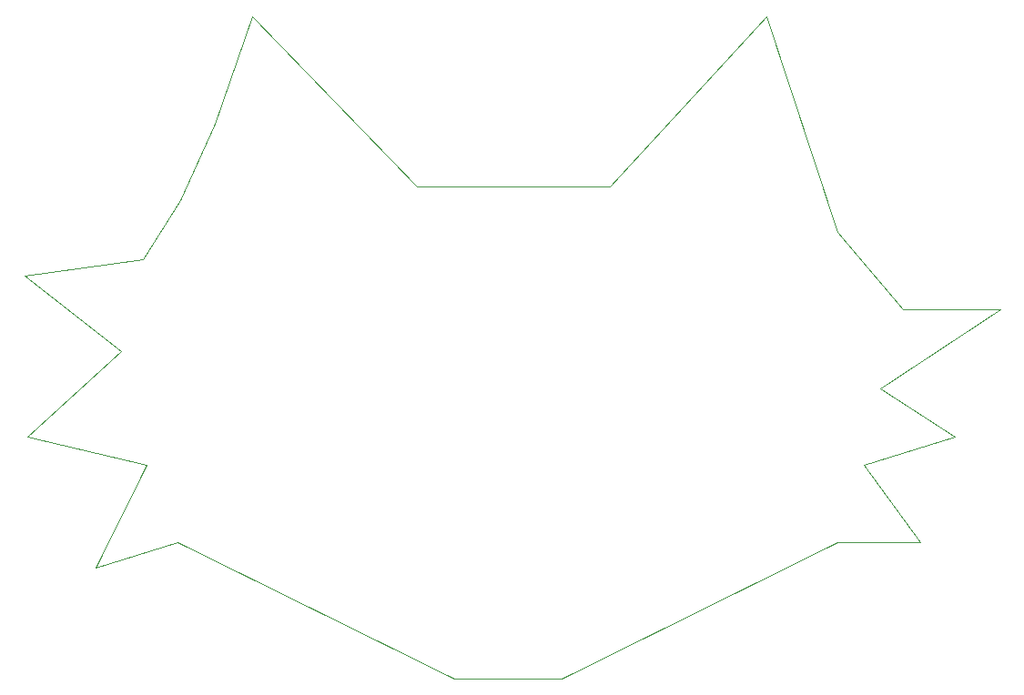
<source format=gbr>
%TF.GenerationSoftware,KiCad,Pcbnew,9.0.2*%
%TF.CreationDate,2025-05-31T15:25:19-05:00*%
%TF.ProjectId,first_pcb_project,66697273-745f-4706-9362-5f70726f6a65,rev?*%
%TF.SameCoordinates,Original*%
%TF.FileFunction,Profile,NP*%
%FSLAX46Y46*%
G04 Gerber Fmt 4.6, Leading zero omitted, Abs format (unit mm)*
G04 Created by KiCad (PCBNEW 9.0.2) date 2025-05-31 15:25:19*
%MOMM*%
%LPD*%
G01*
G04 APERTURE LIST*
%TA.AperFunction,Profile*%
%ADD10C,0.000000*%
%TD*%
G04 APERTURE END LIST*
D10*
X154664585Y-53960417D02*
X160749996Y-61104166D01*
X169745831Y-61104166D01*
X158633335Y-68512501D01*
X165512501Y-73010418D01*
X157045834Y-75656251D01*
X162337498Y-82800000D01*
X154664585Y-82800000D01*
X129000000Y-95500000D01*
X118945835Y-95500000D01*
X93281253Y-82800000D01*
X85608337Y-85181248D01*
X90370836Y-75656251D01*
X79258337Y-73010418D01*
X88000000Y-65000000D01*
X79000000Y-58000000D01*
X90000000Y-56500000D01*
X93500000Y-51000000D01*
X96720837Y-43906251D01*
X100160420Y-33852085D01*
X115506252Y-49727084D01*
X133497917Y-49727084D01*
X148049999Y-33852085D01*
X154664585Y-53960417D01*
M02*

</source>
